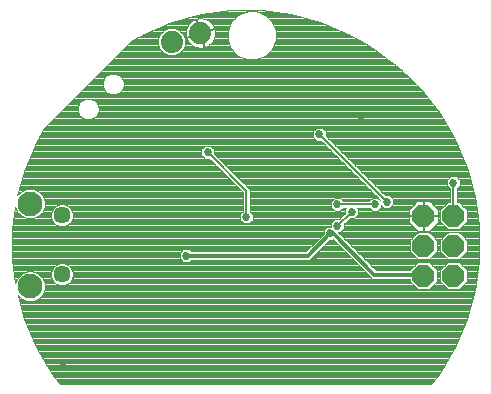
<source format=gbl>
G75*
%MOIN*%
%OFA0B0*%
%FSLAX25Y25*%
%IPPOS*%
%LPD*%
%AMOC8*
5,1,8,0,0,1.08239X$1,22.5*
%
%ADD10C,0.07400*%
%ADD11C,0.05709*%
%ADD12C,0.08268*%
%ADD13OC8,0.07400*%
%ADD14C,0.00394*%
%ADD15C,0.02700*%
%ADD16C,0.01200*%
%ADD17C,0.00600*%
D10*
X0059187Y0148080D03*
X0068745Y0151020D03*
D11*
X0022627Y0090240D03*
X0022627Y0070555D03*
D12*
X0012038Y0066621D03*
X0011992Y0094192D03*
D13*
X0143158Y0090073D03*
X0143158Y0080073D03*
X0143158Y0070073D03*
X0153158Y0070073D03*
X0153158Y0080073D03*
X0153158Y0090073D03*
D14*
X0021993Y0034029D02*
X0019270Y0037483D01*
X0014091Y0046243D01*
X0010128Y0055616D01*
X0007899Y0063786D01*
X0009245Y0062441D01*
X0011057Y0061690D01*
X0013019Y0061690D01*
X0014831Y0062441D01*
X0016218Y0063828D01*
X0016969Y0065640D01*
X0016969Y0067602D01*
X0016218Y0069414D01*
X0014831Y0070801D01*
X0013019Y0071552D01*
X0011057Y0071552D01*
X0009245Y0070801D01*
X0007858Y0069414D01*
X0007148Y0067701D01*
X0006106Y0075522D01*
X0006120Y0085698D01*
X0007122Y0093065D01*
X0007812Y0091399D01*
X0009199Y0090012D01*
X0011011Y0089262D01*
X0012973Y0089262D01*
X0014785Y0090012D01*
X0016172Y0091399D01*
X0016923Y0093211D01*
X0016923Y0095173D01*
X0016172Y0096985D01*
X0014785Y0098372D01*
X0012973Y0099123D01*
X0011011Y0099123D01*
X0009199Y0098372D01*
X0007828Y0097001D01*
X0010196Y0105592D01*
X0014185Y0114955D01*
X0016539Y0119231D01*
X0045694Y0148387D01*
X0049921Y0150736D01*
X0059179Y0154713D01*
X0068888Y0157406D01*
X0078872Y0158765D01*
X0088948Y0158765D01*
X0098932Y0157406D01*
X0108641Y0154713D01*
X0117899Y0150736D01*
X0121675Y0148637D01*
X0121676Y0148634D01*
X0122333Y0148270D01*
X0122977Y0147883D01*
X0122980Y0147884D01*
X0126750Y0145627D01*
X0134956Y0139528D01*
X0142279Y0132394D01*
X0148591Y0124351D01*
X0153780Y0115542D01*
X0157754Y0106122D01*
X0160443Y0096258D01*
X0161800Y0086125D01*
X0161800Y0075901D01*
X0160443Y0065767D01*
X0157754Y0055904D01*
X0153780Y0046484D01*
X0148591Y0037675D01*
X0145772Y0034083D01*
X0021993Y0034029D01*
X0021814Y0034255D02*
X0145908Y0034255D01*
X0146215Y0034648D02*
X0021505Y0034648D01*
X0021196Y0035040D02*
X0146523Y0035040D01*
X0146831Y0035432D02*
X0020887Y0035432D01*
X0020577Y0035824D02*
X0147139Y0035824D01*
X0147447Y0036216D02*
X0020268Y0036216D01*
X0019959Y0036609D02*
X0147754Y0036609D01*
X0148062Y0037001D02*
X0019650Y0037001D01*
X0019340Y0037393D02*
X0148370Y0037393D01*
X0148656Y0037785D02*
X0019091Y0037785D01*
X0018859Y0038177D02*
X0148887Y0038177D01*
X0149118Y0038570D02*
X0018627Y0038570D01*
X0018395Y0038962D02*
X0149349Y0038962D01*
X0149580Y0039354D02*
X0018164Y0039354D01*
X0017932Y0039746D02*
X0149811Y0039746D01*
X0150042Y0040139D02*
X0017700Y0040139D01*
X0017468Y0040531D02*
X0150273Y0040531D01*
X0150504Y0040923D02*
X0017236Y0040923D01*
X0017004Y0041315D02*
X0150735Y0041315D01*
X0150966Y0041707D02*
X0016772Y0041707D01*
X0016541Y0042100D02*
X0151197Y0042100D01*
X0151429Y0042492D02*
X0016309Y0042492D01*
X0016077Y0042884D02*
X0151660Y0042884D01*
X0151891Y0043276D02*
X0015845Y0043276D01*
X0015613Y0043668D02*
X0152122Y0043668D01*
X0152353Y0044061D02*
X0015381Y0044061D01*
X0015150Y0044453D02*
X0152584Y0044453D01*
X0152815Y0044845D02*
X0014918Y0044845D01*
X0014686Y0045237D02*
X0153046Y0045237D01*
X0153277Y0045630D02*
X0014454Y0045630D01*
X0014222Y0046022D02*
X0153508Y0046022D01*
X0153739Y0046414D02*
X0014019Y0046414D01*
X0013853Y0046806D02*
X0153916Y0046806D01*
X0154081Y0047198D02*
X0013687Y0047198D01*
X0013521Y0047591D02*
X0154247Y0047591D01*
X0154412Y0047983D02*
X0013356Y0047983D01*
X0013190Y0048375D02*
X0154578Y0048375D01*
X0154743Y0048767D02*
X0013024Y0048767D01*
X0012858Y0049159D02*
X0154909Y0049159D01*
X0155074Y0049552D02*
X0012692Y0049552D01*
X0012526Y0049944D02*
X0155240Y0049944D01*
X0155405Y0050336D02*
X0012360Y0050336D01*
X0012195Y0050728D02*
X0155571Y0050728D01*
X0155736Y0051120D02*
X0012029Y0051120D01*
X0011863Y0051513D02*
X0155902Y0051513D01*
X0156067Y0051905D02*
X0011697Y0051905D01*
X0011531Y0052297D02*
X0156233Y0052297D01*
X0156398Y0052689D02*
X0011365Y0052689D01*
X0011199Y0053082D02*
X0156564Y0053082D01*
X0156729Y0053474D02*
X0011034Y0053474D01*
X0010868Y0053866D02*
X0156895Y0053866D01*
X0157060Y0054258D02*
X0010702Y0054258D01*
X0010536Y0054650D02*
X0157225Y0054650D01*
X0157391Y0055043D02*
X0010370Y0055043D01*
X0010204Y0055435D02*
X0157556Y0055435D01*
X0157722Y0055827D02*
X0010070Y0055827D01*
X0009963Y0056219D02*
X0157840Y0056219D01*
X0157947Y0056611D02*
X0009856Y0056611D01*
X0009749Y0057004D02*
X0158054Y0057004D01*
X0158161Y0057396D02*
X0009642Y0057396D01*
X0009535Y0057788D02*
X0158268Y0057788D01*
X0158375Y0058180D02*
X0009428Y0058180D01*
X0009321Y0058573D02*
X0158482Y0058573D01*
X0158589Y0058965D02*
X0009214Y0058965D01*
X0009107Y0059357D02*
X0158696Y0059357D01*
X0158803Y0059749D02*
X0009001Y0059749D01*
X0008894Y0060141D02*
X0158910Y0060141D01*
X0159016Y0060534D02*
X0008787Y0060534D01*
X0008680Y0060926D02*
X0159123Y0060926D01*
X0159230Y0061318D02*
X0008573Y0061318D01*
X0008466Y0061710D02*
X0011009Y0061710D01*
X0010062Y0062102D02*
X0008359Y0062102D01*
X0008252Y0062495D02*
X0009191Y0062495D01*
X0008799Y0062887D02*
X0008145Y0062887D01*
X0008038Y0063279D02*
X0008407Y0063279D01*
X0008015Y0063671D02*
X0007931Y0063671D01*
X0007266Y0067986D02*
X0007110Y0067986D01*
X0007058Y0068378D02*
X0007429Y0068378D01*
X0007591Y0068770D02*
X0007006Y0068770D01*
X0006953Y0069162D02*
X0007754Y0069162D01*
X0007998Y0069554D02*
X0006901Y0069554D01*
X0006849Y0069947D02*
X0008391Y0069947D01*
X0008783Y0070339D02*
X0006797Y0070339D01*
X0006744Y0070731D02*
X0009175Y0070731D01*
X0010023Y0071123D02*
X0006692Y0071123D01*
X0006640Y0071516D02*
X0010970Y0071516D01*
X0013106Y0071516D02*
X0019073Y0071516D01*
X0018976Y0071282D02*
X0018976Y0069829D01*
X0019532Y0068487D01*
X0020559Y0067460D01*
X0021901Y0066904D01*
X0023353Y0066904D01*
X0024695Y0067460D01*
X0025722Y0068487D01*
X0026278Y0069829D01*
X0026278Y0071282D01*
X0025722Y0072624D01*
X0024695Y0073651D01*
X0023353Y0074207D01*
X0021901Y0074207D01*
X0020559Y0073651D01*
X0019532Y0072624D01*
X0018976Y0071282D01*
X0018976Y0071123D02*
X0014053Y0071123D01*
X0014901Y0070731D02*
X0018976Y0070731D01*
X0018976Y0070339D02*
X0015293Y0070339D01*
X0015685Y0069947D02*
X0018976Y0069947D01*
X0019090Y0069554D02*
X0016078Y0069554D01*
X0016322Y0069162D02*
X0019252Y0069162D01*
X0019414Y0068770D02*
X0016485Y0068770D01*
X0016647Y0068378D02*
X0019641Y0068378D01*
X0020033Y0067986D02*
X0016810Y0067986D01*
X0016969Y0067593D02*
X0020425Y0067593D01*
X0021184Y0067201D02*
X0016969Y0067201D01*
X0016969Y0066809D02*
X0140063Y0066809D01*
X0140455Y0066417D02*
X0016969Y0066417D01*
X0016969Y0066025D02*
X0140847Y0066025D01*
X0141239Y0065632D02*
X0016965Y0065632D01*
X0016803Y0065240D02*
X0160300Y0065240D01*
X0160193Y0064848D02*
X0016640Y0064848D01*
X0016478Y0064456D02*
X0160086Y0064456D01*
X0159979Y0064063D02*
X0016316Y0064063D01*
X0016061Y0063671D02*
X0159872Y0063671D01*
X0159765Y0063279D02*
X0015669Y0063279D01*
X0015277Y0062887D02*
X0159658Y0062887D01*
X0159551Y0062495D02*
X0014885Y0062495D01*
X0014014Y0062102D02*
X0159444Y0062102D01*
X0159337Y0061710D02*
X0013067Y0061710D01*
X0019235Y0071908D02*
X0006588Y0071908D01*
X0006535Y0072300D02*
X0019398Y0072300D01*
X0019600Y0072692D02*
X0006483Y0072692D01*
X0006431Y0073084D02*
X0019992Y0073084D01*
X0020385Y0073477D02*
X0006379Y0073477D01*
X0006326Y0073869D02*
X0021085Y0073869D01*
X0024169Y0073869D02*
X0121399Y0073869D01*
X0121007Y0074261D02*
X0006274Y0074261D01*
X0006222Y0074653D02*
X0120615Y0074653D01*
X0120222Y0075045D02*
X0065268Y0075045D01*
X0064904Y0074682D02*
X0065654Y0075432D01*
X0105093Y0075432D01*
X0111843Y0082182D01*
X0112904Y0082182D01*
X0112995Y0082273D01*
X0125318Y0069950D01*
X0126136Y0069132D01*
X0138661Y0069132D01*
X0138661Y0068210D01*
X0141296Y0065576D01*
X0145021Y0065576D01*
X0147655Y0068210D01*
X0147655Y0071936D01*
X0145021Y0074570D01*
X0141296Y0074570D01*
X0138661Y0071936D01*
X0138661Y0071925D01*
X0127293Y0071925D01*
X0114637Y0084582D01*
X0115304Y0084582D01*
X0116561Y0085839D01*
X0116561Y0087324D01*
X0118619Y0089382D01*
X0120104Y0089382D01*
X0121361Y0090639D01*
X0121361Y0092418D01*
X0120948Y0092832D01*
X0125075Y0092832D01*
X0126125Y0091782D01*
X0127904Y0091782D01*
X0129161Y0093039D01*
X0129161Y0093546D01*
X0130025Y0092682D01*
X0131804Y0092682D01*
X0133061Y0093939D01*
X0133061Y0095718D01*
X0131804Y0096975D01*
X0130319Y0096975D01*
X0110561Y0116733D01*
X0110561Y0118218D01*
X0109304Y0119475D01*
X0107525Y0119475D01*
X0106268Y0118218D01*
X0106268Y0116439D01*
X0107525Y0115182D01*
X0109010Y0115182D01*
X0128768Y0095424D01*
X0128768Y0095211D01*
X0127904Y0096075D01*
X0126125Y0096075D01*
X0125075Y0095025D01*
X0116354Y0095025D01*
X0115304Y0096075D01*
X0113525Y0096075D01*
X0112268Y0094818D01*
X0112268Y0093039D01*
X0113525Y0091782D01*
X0115304Y0091782D01*
X0116354Y0092832D01*
X0117482Y0092832D01*
X0117068Y0092418D01*
X0117068Y0090933D01*
X0115010Y0088875D01*
X0113525Y0088875D01*
X0112268Y0087618D01*
X0112268Y0086475D01*
X0111125Y0086475D01*
X0109868Y0085218D01*
X0109868Y0084157D01*
X0103936Y0078225D01*
X0065654Y0078225D01*
X0064904Y0078975D01*
X0063125Y0078975D01*
X0061868Y0077718D01*
X0061868Y0075939D01*
X0063125Y0074682D01*
X0064904Y0074682D01*
X0062762Y0075045D02*
X0006170Y0075045D01*
X0006117Y0075438D02*
X0062369Y0075438D01*
X0061977Y0075830D02*
X0006107Y0075830D01*
X0006107Y0076222D02*
X0061868Y0076222D01*
X0061868Y0076614D02*
X0006108Y0076614D01*
X0006108Y0077006D02*
X0061868Y0077006D01*
X0061868Y0077399D02*
X0006109Y0077399D01*
X0006109Y0077791D02*
X0061941Y0077791D01*
X0062333Y0078183D02*
X0006110Y0078183D01*
X0006110Y0078575D02*
X0062725Y0078575D01*
X0063118Y0078968D02*
X0006111Y0078968D01*
X0006111Y0079360D02*
X0105070Y0079360D01*
X0104678Y0078968D02*
X0064912Y0078968D01*
X0065304Y0078575D02*
X0104286Y0078575D01*
X0105463Y0079752D02*
X0006112Y0079752D01*
X0006112Y0080144D02*
X0105855Y0080144D01*
X0106247Y0080536D02*
X0006113Y0080536D01*
X0006114Y0080929D02*
X0106639Y0080929D01*
X0107032Y0081321D02*
X0006114Y0081321D01*
X0006115Y0081713D02*
X0107424Y0081713D01*
X0107816Y0082105D02*
X0006115Y0082105D01*
X0006116Y0082497D02*
X0108208Y0082497D01*
X0108600Y0082890D02*
X0006116Y0082890D01*
X0006117Y0083282D02*
X0108993Y0083282D01*
X0109385Y0083674D02*
X0006117Y0083674D01*
X0006118Y0084066D02*
X0109777Y0084066D01*
X0109868Y0084459D02*
X0006118Y0084459D01*
X0006119Y0084851D02*
X0109868Y0084851D01*
X0109893Y0085243D02*
X0006119Y0085243D01*
X0006120Y0085635D02*
X0110285Y0085635D01*
X0110677Y0086027D02*
X0006165Y0086027D01*
X0006218Y0086420D02*
X0111070Y0086420D01*
X0112268Y0086812D02*
X0023891Y0086812D01*
X0023353Y0086589D02*
X0024695Y0087145D01*
X0025722Y0088172D01*
X0026278Y0089514D01*
X0026278Y0090967D01*
X0025722Y0092309D01*
X0024695Y0093336D01*
X0023353Y0093892D01*
X0021901Y0093892D01*
X0020559Y0093336D01*
X0019532Y0092309D01*
X0018976Y0090967D01*
X0018976Y0089514D01*
X0019532Y0088172D01*
X0020559Y0087145D01*
X0021901Y0086589D01*
X0023353Y0086589D01*
X0024754Y0087204D02*
X0112268Y0087204D01*
X0112268Y0087596D02*
X0085018Y0087596D01*
X0085004Y0087582D02*
X0086261Y0088839D01*
X0086261Y0090618D01*
X0085211Y0091668D01*
X0085211Y0097974D01*
X0085211Y0098883D01*
X0073361Y0110733D01*
X0073361Y0112218D01*
X0072104Y0113475D01*
X0070325Y0113475D01*
X0069068Y0112218D01*
X0069068Y0110439D01*
X0070325Y0109182D01*
X0071810Y0109182D01*
X0083018Y0097974D01*
X0083018Y0091668D01*
X0081968Y0090618D01*
X0081968Y0088839D01*
X0083225Y0087582D01*
X0085004Y0087582D01*
X0085411Y0087988D02*
X0112638Y0087988D01*
X0113031Y0088381D02*
X0085803Y0088381D01*
X0086195Y0088773D02*
X0113423Y0088773D01*
X0115300Y0089165D02*
X0086261Y0089165D01*
X0086261Y0089557D02*
X0115692Y0089557D01*
X0116084Y0089949D02*
X0086261Y0089949D01*
X0086261Y0090342D02*
X0116477Y0090342D01*
X0116869Y0090734D02*
X0086145Y0090734D01*
X0085753Y0091126D02*
X0117068Y0091126D01*
X0117068Y0091518D02*
X0085361Y0091518D01*
X0085211Y0091911D02*
X0113397Y0091911D01*
X0113004Y0092303D02*
X0085211Y0092303D01*
X0085211Y0092695D02*
X0112612Y0092695D01*
X0112268Y0093087D02*
X0085211Y0093087D01*
X0085211Y0093479D02*
X0112268Y0093479D01*
X0112268Y0093872D02*
X0085211Y0093872D01*
X0085211Y0094264D02*
X0112268Y0094264D01*
X0112268Y0094656D02*
X0085211Y0094656D01*
X0085211Y0095048D02*
X0112498Y0095048D01*
X0112890Y0095440D02*
X0085211Y0095440D01*
X0085211Y0095833D02*
X0113283Y0095833D01*
X0115547Y0095833D02*
X0125883Y0095833D01*
X0125490Y0095440D02*
X0115939Y0095440D01*
X0116331Y0095048D02*
X0125098Y0095048D01*
X0125212Y0092695D02*
X0121084Y0092695D01*
X0121361Y0092303D02*
X0125604Y0092303D01*
X0125997Y0091911D02*
X0121361Y0091911D01*
X0121361Y0091518D02*
X0138261Y0091518D01*
X0138261Y0091126D02*
X0121361Y0091126D01*
X0121361Y0090734D02*
X0138261Y0090734D01*
X0138261Y0090342D02*
X0121064Y0090342D01*
X0120672Y0089949D02*
X0142961Y0089949D01*
X0142961Y0089876D02*
X0138261Y0089876D01*
X0138261Y0088045D01*
X0141130Y0085176D01*
X0142961Y0085176D01*
X0142961Y0089876D01*
X0142961Y0090270D01*
X0138261Y0090270D01*
X0138261Y0092101D01*
X0141130Y0094970D01*
X0142961Y0094970D01*
X0142961Y0090270D01*
X0143355Y0090270D01*
X0143355Y0094970D01*
X0145187Y0094970D01*
X0148055Y0092101D01*
X0148055Y0090270D01*
X0143355Y0090270D01*
X0143355Y0089876D01*
X0143355Y0085176D01*
X0145187Y0085176D01*
X0148055Y0088045D01*
X0148055Y0089876D01*
X0143355Y0089876D01*
X0142961Y0089876D01*
X0142961Y0089557D02*
X0143355Y0089557D01*
X0143355Y0089165D02*
X0142961Y0089165D01*
X0142961Y0088773D02*
X0143355Y0088773D01*
X0143355Y0088381D02*
X0142961Y0088381D01*
X0142961Y0087988D02*
X0143355Y0087988D01*
X0143355Y0087596D02*
X0142961Y0087596D01*
X0142961Y0087204D02*
X0143355Y0087204D01*
X0143355Y0086812D02*
X0142961Y0086812D01*
X0142961Y0086420D02*
X0143355Y0086420D01*
X0143355Y0086027D02*
X0142961Y0086027D01*
X0142961Y0085635D02*
X0143355Y0085635D01*
X0143355Y0085243D02*
X0142961Y0085243D01*
X0141296Y0084570D02*
X0138661Y0081936D01*
X0138661Y0078210D01*
X0141296Y0075576D01*
X0145021Y0075576D01*
X0147655Y0078210D01*
X0147655Y0081936D01*
X0145021Y0084570D01*
X0141296Y0084570D01*
X0141184Y0084459D02*
X0114760Y0084459D01*
X0115152Y0084066D02*
X0140792Y0084066D01*
X0140400Y0083674D02*
X0115545Y0083674D01*
X0115937Y0083282D02*
X0140008Y0083282D01*
X0139615Y0082890D02*
X0116329Y0082890D01*
X0116721Y0082497D02*
X0139223Y0082497D01*
X0138831Y0082105D02*
X0117113Y0082105D01*
X0117506Y0081713D02*
X0138661Y0081713D01*
X0138661Y0081321D02*
X0117898Y0081321D01*
X0118290Y0080929D02*
X0138661Y0080929D01*
X0138661Y0080536D02*
X0118682Y0080536D01*
X0119074Y0080144D02*
X0138661Y0080144D01*
X0138661Y0079752D02*
X0119467Y0079752D01*
X0119859Y0079360D02*
X0138661Y0079360D01*
X0138661Y0078968D02*
X0120251Y0078968D01*
X0120643Y0078575D02*
X0138661Y0078575D01*
X0138689Y0078183D02*
X0121035Y0078183D01*
X0121428Y0077791D02*
X0139081Y0077791D01*
X0139473Y0077399D02*
X0121820Y0077399D01*
X0122212Y0077006D02*
X0139865Y0077006D01*
X0140258Y0076614D02*
X0122604Y0076614D01*
X0122997Y0076222D02*
X0140650Y0076222D01*
X0141042Y0075830D02*
X0123389Y0075830D01*
X0123781Y0075438D02*
X0161738Y0075438D01*
X0161790Y0075830D02*
X0155274Y0075830D01*
X0155021Y0075576D02*
X0157655Y0078210D01*
X0157655Y0081936D01*
X0155021Y0084570D01*
X0151296Y0084570D01*
X0148661Y0081936D01*
X0148661Y0078210D01*
X0151296Y0075576D01*
X0155021Y0075576D01*
X0155667Y0076222D02*
X0161800Y0076222D01*
X0161800Y0076614D02*
X0156059Y0076614D01*
X0156451Y0077006D02*
X0161800Y0077006D01*
X0161800Y0077399D02*
X0156843Y0077399D01*
X0157236Y0077791D02*
X0161800Y0077791D01*
X0161800Y0078183D02*
X0157628Y0078183D01*
X0157655Y0078575D02*
X0161800Y0078575D01*
X0161800Y0078968D02*
X0157655Y0078968D01*
X0157655Y0079360D02*
X0161800Y0079360D01*
X0161800Y0079752D02*
X0157655Y0079752D01*
X0157655Y0080144D02*
X0161800Y0080144D01*
X0161800Y0080536D02*
X0157655Y0080536D01*
X0157655Y0080929D02*
X0161800Y0080929D01*
X0161800Y0081321D02*
X0157655Y0081321D01*
X0157655Y0081713D02*
X0161800Y0081713D01*
X0161800Y0082105D02*
X0157486Y0082105D01*
X0157093Y0082497D02*
X0161800Y0082497D01*
X0161800Y0082890D02*
X0156701Y0082890D01*
X0156309Y0083282D02*
X0161800Y0083282D01*
X0161800Y0083674D02*
X0155917Y0083674D01*
X0155524Y0084066D02*
X0161800Y0084066D01*
X0161800Y0084459D02*
X0155132Y0084459D01*
X0155021Y0085576D02*
X0157655Y0088210D01*
X0157655Y0091936D01*
X0155021Y0094570D01*
X0154211Y0094570D01*
X0154211Y0099189D01*
X0155261Y0100239D01*
X0155261Y0102018D01*
X0154004Y0103275D01*
X0152225Y0103275D01*
X0150968Y0102018D01*
X0150968Y0100239D01*
X0152018Y0099189D01*
X0152018Y0094570D01*
X0151296Y0094570D01*
X0148661Y0091936D01*
X0148661Y0088210D01*
X0151296Y0085576D01*
X0155021Y0085576D01*
X0155080Y0085635D02*
X0161800Y0085635D01*
X0161800Y0085243D02*
X0145253Y0085243D01*
X0145645Y0085635D02*
X0151237Y0085635D01*
X0150844Y0086027D02*
X0146038Y0086027D01*
X0146430Y0086420D02*
X0150452Y0086420D01*
X0150060Y0086812D02*
X0146822Y0086812D01*
X0147214Y0087204D02*
X0149668Y0087204D01*
X0149276Y0087596D02*
X0147607Y0087596D01*
X0147999Y0087988D02*
X0148883Y0087988D01*
X0148661Y0088381D02*
X0148055Y0088381D01*
X0148055Y0088773D02*
X0148661Y0088773D01*
X0148661Y0089165D02*
X0148055Y0089165D01*
X0148055Y0089557D02*
X0148661Y0089557D01*
X0148661Y0089949D02*
X0143355Y0089949D01*
X0143355Y0090342D02*
X0142961Y0090342D01*
X0142961Y0090734D02*
X0143355Y0090734D01*
X0143355Y0091126D02*
X0142961Y0091126D01*
X0142961Y0091518D02*
X0143355Y0091518D01*
X0143355Y0091911D02*
X0142961Y0091911D01*
X0142961Y0092303D02*
X0143355Y0092303D01*
X0143355Y0092695D02*
X0142961Y0092695D01*
X0142961Y0093087D02*
X0143355Y0093087D01*
X0143355Y0093479D02*
X0142961Y0093479D01*
X0142961Y0093872D02*
X0143355Y0093872D01*
X0143355Y0094264D02*
X0142961Y0094264D01*
X0142961Y0094656D02*
X0143355Y0094656D01*
X0145500Y0094656D02*
X0152018Y0094656D01*
X0152018Y0095048D02*
X0133061Y0095048D01*
X0133061Y0094656D02*
X0140816Y0094656D01*
X0140424Y0094264D02*
X0133061Y0094264D01*
X0132994Y0093872D02*
X0140032Y0093872D01*
X0139639Y0093479D02*
X0132602Y0093479D01*
X0132209Y0093087D02*
X0139247Y0093087D01*
X0138855Y0092695D02*
X0131817Y0092695D01*
X0130012Y0092695D02*
X0128817Y0092695D01*
X0129161Y0093087D02*
X0129620Y0093087D01*
X0129228Y0093479D02*
X0129161Y0093479D01*
X0128425Y0092303D02*
X0138463Y0092303D01*
X0138261Y0091911D02*
X0128033Y0091911D01*
X0128539Y0095440D02*
X0128752Y0095440D01*
X0128359Y0095833D02*
X0128147Y0095833D01*
X0127967Y0096225D02*
X0085211Y0096225D01*
X0085211Y0096617D02*
X0127575Y0096617D01*
X0127183Y0097009D02*
X0085211Y0097009D01*
X0085211Y0097402D02*
X0126790Y0097402D01*
X0126398Y0097794D02*
X0085211Y0097794D01*
X0085211Y0098186D02*
X0126006Y0098186D01*
X0125614Y0098578D02*
X0085211Y0098578D01*
X0085124Y0098970D02*
X0125222Y0098970D01*
X0124829Y0099363D02*
X0084732Y0099363D01*
X0084340Y0099755D02*
X0124437Y0099755D01*
X0124045Y0100147D02*
X0083947Y0100147D01*
X0083555Y0100539D02*
X0123653Y0100539D01*
X0123261Y0100931D02*
X0083163Y0100931D01*
X0082771Y0101324D02*
X0122868Y0101324D01*
X0122476Y0101716D02*
X0082378Y0101716D01*
X0081986Y0102108D02*
X0122084Y0102108D01*
X0121692Y0102500D02*
X0081594Y0102500D01*
X0081202Y0102892D02*
X0121299Y0102892D01*
X0120907Y0103285D02*
X0080810Y0103285D01*
X0080417Y0103677D02*
X0120515Y0103677D01*
X0120123Y0104069D02*
X0080025Y0104069D01*
X0079633Y0104461D02*
X0119731Y0104461D01*
X0119338Y0104854D02*
X0079241Y0104854D01*
X0078849Y0105246D02*
X0118946Y0105246D01*
X0118554Y0105638D02*
X0078456Y0105638D01*
X0078064Y0106030D02*
X0118162Y0106030D01*
X0117770Y0106422D02*
X0077672Y0106422D01*
X0077280Y0106815D02*
X0117377Y0106815D01*
X0116985Y0107207D02*
X0076888Y0107207D01*
X0076495Y0107599D02*
X0116593Y0107599D01*
X0116201Y0107991D02*
X0076103Y0107991D01*
X0075711Y0108383D02*
X0115809Y0108383D01*
X0115416Y0108776D02*
X0075319Y0108776D01*
X0074926Y0109168D02*
X0115024Y0109168D01*
X0114632Y0109560D02*
X0074534Y0109560D01*
X0074142Y0109952D02*
X0114240Y0109952D01*
X0113847Y0110345D02*
X0073750Y0110345D01*
X0073361Y0110737D02*
X0113455Y0110737D01*
X0113063Y0111129D02*
X0073361Y0111129D01*
X0073361Y0111521D02*
X0112671Y0111521D01*
X0112279Y0111913D02*
X0073361Y0111913D01*
X0073274Y0112306D02*
X0111886Y0112306D01*
X0111494Y0112698D02*
X0072881Y0112698D01*
X0072489Y0113090D02*
X0111102Y0113090D01*
X0110710Y0113482D02*
X0013558Y0113482D01*
X0013390Y0113090D02*
X0069940Y0113090D01*
X0069548Y0112698D02*
X0013223Y0112698D01*
X0013056Y0112306D02*
X0069156Y0112306D01*
X0069068Y0111913D02*
X0012889Y0111913D01*
X0012722Y0111521D02*
X0069068Y0111521D01*
X0069068Y0111129D02*
X0012555Y0111129D01*
X0012388Y0110737D02*
X0069068Y0110737D01*
X0069163Y0110345D02*
X0012221Y0110345D01*
X0012054Y0109952D02*
X0069555Y0109952D01*
X0069947Y0109560D02*
X0011886Y0109560D01*
X0011719Y0109168D02*
X0071824Y0109168D01*
X0072216Y0108776D02*
X0011552Y0108776D01*
X0011385Y0108383D02*
X0072609Y0108383D01*
X0073001Y0107991D02*
X0011218Y0107991D01*
X0011051Y0107599D02*
X0073393Y0107599D01*
X0073785Y0107207D02*
X0010884Y0107207D01*
X0010717Y0106815D02*
X0074177Y0106815D01*
X0074570Y0106422D02*
X0010550Y0106422D01*
X0010382Y0106030D02*
X0074962Y0106030D01*
X0075354Y0105638D02*
X0010215Y0105638D01*
X0010100Y0105246D02*
X0075746Y0105246D01*
X0076138Y0104854D02*
X0009992Y0104854D01*
X0009884Y0104461D02*
X0076531Y0104461D01*
X0076923Y0104069D02*
X0009776Y0104069D01*
X0009668Y0103677D02*
X0077315Y0103677D01*
X0077707Y0103285D02*
X0009560Y0103285D01*
X0009452Y0102892D02*
X0078099Y0102892D01*
X0078492Y0102500D02*
X0009343Y0102500D01*
X0009235Y0102108D02*
X0078884Y0102108D01*
X0079276Y0101716D02*
X0009127Y0101716D01*
X0009019Y0101324D02*
X0079668Y0101324D01*
X0080061Y0100931D02*
X0008911Y0100931D01*
X0008803Y0100539D02*
X0080453Y0100539D01*
X0080845Y0100147D02*
X0008695Y0100147D01*
X0008587Y0099755D02*
X0081237Y0099755D01*
X0081629Y0099363D02*
X0008479Y0099363D01*
X0008370Y0098970D02*
X0010643Y0098970D01*
X0009696Y0098578D02*
X0008262Y0098578D01*
X0008154Y0098186D02*
X0009012Y0098186D01*
X0008620Y0097794D02*
X0008046Y0097794D01*
X0007938Y0097402D02*
X0008228Y0097402D01*
X0007836Y0097009D02*
X0007830Y0097009D01*
X0007275Y0092695D02*
X0007072Y0092695D01*
X0007018Y0092303D02*
X0007438Y0092303D01*
X0007600Y0091911D02*
X0006965Y0091911D01*
X0006912Y0091518D02*
X0007762Y0091518D01*
X0008085Y0091126D02*
X0006858Y0091126D01*
X0006805Y0090734D02*
X0008477Y0090734D01*
X0008869Y0090342D02*
X0006752Y0090342D01*
X0006698Y0089949D02*
X0009350Y0089949D01*
X0010297Y0089557D02*
X0006645Y0089557D01*
X0006592Y0089165D02*
X0019120Y0089165D01*
X0018976Y0089557D02*
X0013687Y0089557D01*
X0014633Y0089949D02*
X0018976Y0089949D01*
X0018976Y0090342D02*
X0015114Y0090342D01*
X0015507Y0090734D02*
X0018976Y0090734D01*
X0019042Y0091126D02*
X0015899Y0091126D01*
X0016221Y0091518D02*
X0019204Y0091518D01*
X0019367Y0091911D02*
X0016384Y0091911D01*
X0016546Y0092303D02*
X0019529Y0092303D01*
X0019918Y0092695D02*
X0016709Y0092695D01*
X0016871Y0093087D02*
X0020310Y0093087D01*
X0020906Y0093479D02*
X0016923Y0093479D01*
X0016923Y0093872D02*
X0021852Y0093872D01*
X0023401Y0093872D02*
X0083018Y0093872D01*
X0083018Y0094264D02*
X0016923Y0094264D01*
X0016923Y0094656D02*
X0083018Y0094656D01*
X0083018Y0095048D02*
X0016923Y0095048D01*
X0016812Y0095440D02*
X0083018Y0095440D01*
X0083018Y0095833D02*
X0016649Y0095833D01*
X0016487Y0096225D02*
X0083018Y0096225D01*
X0083018Y0096617D02*
X0016324Y0096617D01*
X0016148Y0097009D02*
X0083018Y0097009D01*
X0083018Y0097402D02*
X0015756Y0097402D01*
X0015363Y0097794D02*
X0083018Y0097794D01*
X0082806Y0098186D02*
X0014971Y0098186D01*
X0014288Y0098578D02*
X0082414Y0098578D01*
X0082022Y0098970D02*
X0013341Y0098970D01*
X0019283Y0088773D02*
X0006538Y0088773D01*
X0006485Y0088381D02*
X0019445Y0088381D01*
X0019715Y0087988D02*
X0006432Y0087988D01*
X0006378Y0087596D02*
X0020108Y0087596D01*
X0020500Y0087204D02*
X0006325Y0087204D01*
X0006272Y0086812D02*
X0021363Y0086812D01*
X0025146Y0087596D02*
X0083211Y0087596D01*
X0082819Y0087988D02*
X0025539Y0087988D01*
X0025809Y0088381D02*
X0082426Y0088381D01*
X0082034Y0088773D02*
X0025971Y0088773D01*
X0026134Y0089165D02*
X0081968Y0089165D01*
X0081968Y0089557D02*
X0026278Y0089557D01*
X0026278Y0089949D02*
X0081968Y0089949D01*
X0081968Y0090342D02*
X0026278Y0090342D01*
X0026278Y0090734D02*
X0082084Y0090734D01*
X0082476Y0091126D02*
X0026212Y0091126D01*
X0026050Y0091518D02*
X0082868Y0091518D01*
X0083018Y0091911D02*
X0025887Y0091911D01*
X0025725Y0092303D02*
X0083018Y0092303D01*
X0083018Y0092695D02*
X0025336Y0092695D01*
X0024944Y0093087D02*
X0083018Y0093087D01*
X0083018Y0093479D02*
X0024348Y0093479D01*
X0024869Y0073477D02*
X0121791Y0073477D01*
X0122183Y0073084D02*
X0025261Y0073084D01*
X0025654Y0072692D02*
X0122576Y0072692D01*
X0122968Y0072300D02*
X0025856Y0072300D01*
X0026019Y0071908D02*
X0123360Y0071908D01*
X0123752Y0071516D02*
X0026181Y0071516D01*
X0026278Y0071123D02*
X0124144Y0071123D01*
X0124537Y0070731D02*
X0026278Y0070731D01*
X0026278Y0070339D02*
X0124929Y0070339D01*
X0125321Y0069947D02*
X0026278Y0069947D01*
X0026164Y0069554D02*
X0125713Y0069554D01*
X0126105Y0069162D02*
X0026002Y0069162D01*
X0025839Y0068770D02*
X0138661Y0068770D01*
X0138661Y0068378D02*
X0025613Y0068378D01*
X0025221Y0067986D02*
X0138886Y0067986D01*
X0139278Y0067593D02*
X0024829Y0067593D01*
X0024070Y0067201D02*
X0139671Y0067201D01*
X0139026Y0072300D02*
X0126919Y0072300D01*
X0126526Y0072692D02*
X0139418Y0072692D01*
X0139810Y0073084D02*
X0126134Y0073084D01*
X0125742Y0073477D02*
X0140202Y0073477D01*
X0140594Y0073869D02*
X0125350Y0073869D01*
X0124958Y0074261D02*
X0140987Y0074261D01*
X0145330Y0074261D02*
X0150987Y0074261D01*
X0151296Y0074570D02*
X0148661Y0071936D01*
X0148661Y0068210D01*
X0151296Y0065576D01*
X0155021Y0065576D01*
X0157655Y0068210D01*
X0157655Y0071936D01*
X0155021Y0074570D01*
X0151296Y0074570D01*
X0150594Y0073869D02*
X0145722Y0073869D01*
X0146114Y0073477D02*
X0150202Y0073477D01*
X0149810Y0073084D02*
X0146506Y0073084D01*
X0146899Y0072692D02*
X0149418Y0072692D01*
X0149026Y0072300D02*
X0147291Y0072300D01*
X0147655Y0071908D02*
X0148661Y0071908D01*
X0148661Y0071516D02*
X0147655Y0071516D01*
X0147655Y0071123D02*
X0148661Y0071123D01*
X0148661Y0070731D02*
X0147655Y0070731D01*
X0147655Y0070339D02*
X0148661Y0070339D01*
X0148661Y0069947D02*
X0147655Y0069947D01*
X0147655Y0069554D02*
X0148661Y0069554D01*
X0148661Y0069162D02*
X0147655Y0069162D01*
X0147655Y0068770D02*
X0148661Y0068770D01*
X0148661Y0068378D02*
X0147655Y0068378D01*
X0147430Y0067986D02*
X0148886Y0067986D01*
X0149278Y0067593D02*
X0147038Y0067593D01*
X0146646Y0067201D02*
X0149671Y0067201D01*
X0150063Y0066809D02*
X0146254Y0066809D01*
X0145861Y0066417D02*
X0150455Y0066417D01*
X0150847Y0066025D02*
X0145469Y0066025D01*
X0145077Y0065632D02*
X0151239Y0065632D01*
X0155077Y0065632D02*
X0160407Y0065632D01*
X0160478Y0066025D02*
X0155469Y0066025D01*
X0155861Y0066417D02*
X0160530Y0066417D01*
X0160583Y0066809D02*
X0156254Y0066809D01*
X0156646Y0067201D02*
X0160635Y0067201D01*
X0160688Y0067593D02*
X0157038Y0067593D01*
X0157430Y0067986D02*
X0160740Y0067986D01*
X0160793Y0068378D02*
X0157655Y0068378D01*
X0157655Y0068770D02*
X0160845Y0068770D01*
X0160898Y0069162D02*
X0157655Y0069162D01*
X0157655Y0069554D02*
X0160950Y0069554D01*
X0161003Y0069947D02*
X0157655Y0069947D01*
X0157655Y0070339D02*
X0161055Y0070339D01*
X0161108Y0070731D02*
X0157655Y0070731D01*
X0157655Y0071123D02*
X0161160Y0071123D01*
X0161213Y0071516D02*
X0157655Y0071516D01*
X0157655Y0071908D02*
X0161265Y0071908D01*
X0161318Y0072300D02*
X0157291Y0072300D01*
X0156899Y0072692D02*
X0161370Y0072692D01*
X0161423Y0073084D02*
X0156506Y0073084D01*
X0156114Y0073477D02*
X0161475Y0073477D01*
X0161528Y0073869D02*
X0155722Y0073869D01*
X0155330Y0074261D02*
X0161580Y0074261D01*
X0161633Y0074653D02*
X0124565Y0074653D01*
X0124173Y0075045D02*
X0161685Y0075045D01*
X0161800Y0084851D02*
X0115573Y0084851D01*
X0115965Y0085243D02*
X0141063Y0085243D01*
X0140671Y0085635D02*
X0116357Y0085635D01*
X0116561Y0086027D02*
X0140279Y0086027D01*
X0139887Y0086420D02*
X0116561Y0086420D01*
X0116561Y0086812D02*
X0139494Y0086812D01*
X0139102Y0087204D02*
X0116561Y0087204D01*
X0116834Y0087596D02*
X0138710Y0087596D01*
X0138318Y0087988D02*
X0117226Y0087988D01*
X0117618Y0088381D02*
X0138261Y0088381D01*
X0138261Y0088773D02*
X0118010Y0088773D01*
X0118402Y0089165D02*
X0138261Y0089165D01*
X0138261Y0089557D02*
X0120280Y0089557D01*
X0117068Y0091911D02*
X0115433Y0091911D01*
X0115825Y0092303D02*
X0117068Y0092303D01*
X0117345Y0092695D02*
X0116217Y0092695D01*
X0125578Y0101716D02*
X0150968Y0101716D01*
X0150968Y0101324D02*
X0125971Y0101324D01*
X0126363Y0100931D02*
X0150968Y0100931D01*
X0150968Y0100539D02*
X0126755Y0100539D01*
X0127147Y0100147D02*
X0151060Y0100147D01*
X0151452Y0099755D02*
X0127540Y0099755D01*
X0127932Y0099363D02*
X0151844Y0099363D01*
X0152018Y0098970D02*
X0128324Y0098970D01*
X0128716Y0098578D02*
X0152018Y0098578D01*
X0152018Y0098186D02*
X0129108Y0098186D01*
X0129501Y0097794D02*
X0152018Y0097794D01*
X0152018Y0097402D02*
X0129893Y0097402D01*
X0130285Y0097009D02*
X0152018Y0097009D01*
X0152018Y0096617D02*
X0132162Y0096617D01*
X0132554Y0096225D02*
X0152018Y0096225D01*
X0152018Y0095833D02*
X0132947Y0095833D01*
X0133061Y0095440D02*
X0152018Y0095440D01*
X0150989Y0094264D02*
X0145893Y0094264D01*
X0146285Y0093872D02*
X0150597Y0093872D01*
X0150205Y0093479D02*
X0146677Y0093479D01*
X0147069Y0093087D02*
X0149813Y0093087D01*
X0149421Y0092695D02*
X0147461Y0092695D01*
X0147854Y0092303D02*
X0149028Y0092303D01*
X0148661Y0091911D02*
X0148055Y0091911D01*
X0148055Y0091518D02*
X0148661Y0091518D01*
X0148661Y0091126D02*
X0148055Y0091126D01*
X0148055Y0090734D02*
X0148661Y0090734D01*
X0148661Y0090342D02*
X0148055Y0090342D01*
X0145132Y0084459D02*
X0151184Y0084459D01*
X0150792Y0084066D02*
X0145524Y0084066D01*
X0145917Y0083674D02*
X0150400Y0083674D01*
X0150008Y0083282D02*
X0146309Y0083282D01*
X0146701Y0082890D02*
X0149615Y0082890D01*
X0149223Y0082497D02*
X0147093Y0082497D01*
X0147486Y0082105D02*
X0148831Y0082105D01*
X0148661Y0081713D02*
X0147655Y0081713D01*
X0147655Y0081321D02*
X0148661Y0081321D01*
X0148661Y0080929D02*
X0147655Y0080929D01*
X0147655Y0080536D02*
X0148661Y0080536D01*
X0148661Y0080144D02*
X0147655Y0080144D01*
X0147655Y0079752D02*
X0148661Y0079752D01*
X0148661Y0079360D02*
X0147655Y0079360D01*
X0147655Y0078968D02*
X0148661Y0078968D01*
X0148661Y0078575D02*
X0147655Y0078575D01*
X0147628Y0078183D02*
X0148689Y0078183D01*
X0149081Y0077791D02*
X0147236Y0077791D01*
X0146843Y0077399D02*
X0149473Y0077399D01*
X0149865Y0077006D02*
X0146451Y0077006D01*
X0146059Y0076614D02*
X0150258Y0076614D01*
X0150650Y0076222D02*
X0145667Y0076222D01*
X0145274Y0075830D02*
X0151042Y0075830D01*
X0155472Y0086027D02*
X0161800Y0086027D01*
X0161760Y0086420D02*
X0155864Y0086420D01*
X0156256Y0086812D02*
X0161708Y0086812D01*
X0161655Y0087204D02*
X0156649Y0087204D01*
X0157041Y0087596D02*
X0161603Y0087596D01*
X0161550Y0087988D02*
X0157433Y0087988D01*
X0157655Y0088381D02*
X0161498Y0088381D01*
X0161445Y0088773D02*
X0157655Y0088773D01*
X0157655Y0089165D02*
X0161393Y0089165D01*
X0161340Y0089557D02*
X0157655Y0089557D01*
X0157655Y0089949D02*
X0161288Y0089949D01*
X0161235Y0090342D02*
X0157655Y0090342D01*
X0157655Y0090734D02*
X0161183Y0090734D01*
X0161130Y0091126D02*
X0157655Y0091126D01*
X0157655Y0091518D02*
X0161078Y0091518D01*
X0161025Y0091911D02*
X0157655Y0091911D01*
X0157288Y0092303D02*
X0160973Y0092303D01*
X0160920Y0092695D02*
X0156896Y0092695D01*
X0156504Y0093087D02*
X0160868Y0093087D01*
X0160815Y0093479D02*
X0156111Y0093479D01*
X0155719Y0093872D02*
X0160763Y0093872D01*
X0160710Y0094264D02*
X0155327Y0094264D01*
X0154211Y0094656D02*
X0160658Y0094656D01*
X0160605Y0095048D02*
X0154211Y0095048D01*
X0154211Y0095440D02*
X0160553Y0095440D01*
X0160500Y0095833D02*
X0154211Y0095833D01*
X0154211Y0096225D02*
X0160448Y0096225D01*
X0160346Y0096617D02*
X0154211Y0096617D01*
X0154211Y0097009D02*
X0160239Y0097009D01*
X0160132Y0097402D02*
X0154211Y0097402D01*
X0154211Y0097794D02*
X0160025Y0097794D01*
X0159918Y0098186D02*
X0154211Y0098186D01*
X0154211Y0098578D02*
X0159811Y0098578D01*
X0159704Y0098970D02*
X0154211Y0098970D01*
X0154385Y0099363D02*
X0159597Y0099363D01*
X0159490Y0099755D02*
X0154777Y0099755D01*
X0155169Y0100147D02*
X0159383Y0100147D01*
X0159276Y0100539D02*
X0155261Y0100539D01*
X0155261Y0100931D02*
X0159169Y0100931D01*
X0159062Y0101324D02*
X0155261Y0101324D01*
X0155261Y0101716D02*
X0158955Y0101716D01*
X0158848Y0102108D02*
X0155171Y0102108D01*
X0154779Y0102500D02*
X0158742Y0102500D01*
X0158635Y0102892D02*
X0154387Y0102892D01*
X0151843Y0102892D02*
X0124402Y0102892D01*
X0124794Y0102500D02*
X0151450Y0102500D01*
X0151058Y0102108D02*
X0125186Y0102108D01*
X0124010Y0103285D02*
X0158528Y0103285D01*
X0158421Y0103677D02*
X0123617Y0103677D01*
X0123225Y0104069D02*
X0158314Y0104069D01*
X0158207Y0104461D02*
X0122833Y0104461D01*
X0122441Y0104854D02*
X0158100Y0104854D01*
X0157993Y0105246D02*
X0122049Y0105246D01*
X0121656Y0105638D02*
X0157886Y0105638D01*
X0157779Y0106030D02*
X0121264Y0106030D01*
X0120872Y0106422D02*
X0157627Y0106422D01*
X0157462Y0106815D02*
X0120480Y0106815D01*
X0120088Y0107207D02*
X0157296Y0107207D01*
X0157131Y0107599D02*
X0119695Y0107599D01*
X0119303Y0107991D02*
X0156966Y0107991D01*
X0156800Y0108383D02*
X0118911Y0108383D01*
X0118519Y0108776D02*
X0156635Y0108776D01*
X0156469Y0109168D02*
X0118126Y0109168D01*
X0117734Y0109560D02*
X0156304Y0109560D01*
X0156138Y0109952D02*
X0117342Y0109952D01*
X0116950Y0110345D02*
X0155973Y0110345D01*
X0155807Y0110737D02*
X0116558Y0110737D01*
X0116165Y0111129D02*
X0155642Y0111129D01*
X0155476Y0111521D02*
X0115773Y0111521D01*
X0115381Y0111913D02*
X0155311Y0111913D01*
X0155145Y0112306D02*
X0114989Y0112306D01*
X0114597Y0112698D02*
X0154980Y0112698D01*
X0154814Y0113090D02*
X0114204Y0113090D01*
X0113812Y0113482D02*
X0154649Y0113482D01*
X0154483Y0113874D02*
X0113420Y0113874D01*
X0113028Y0114267D02*
X0154318Y0114267D01*
X0154152Y0114659D02*
X0112635Y0114659D01*
X0112243Y0115051D02*
X0153987Y0115051D01*
X0153822Y0115443D02*
X0111851Y0115443D01*
X0111459Y0115835D02*
X0153607Y0115835D01*
X0153376Y0116228D02*
X0111067Y0116228D01*
X0110674Y0116620D02*
X0153145Y0116620D01*
X0152914Y0117012D02*
X0110561Y0117012D01*
X0110561Y0117404D02*
X0152683Y0117404D01*
X0152452Y0117797D02*
X0110561Y0117797D01*
X0110561Y0118189D02*
X0152221Y0118189D01*
X0151990Y0118581D02*
X0110198Y0118581D01*
X0109806Y0118973D02*
X0151759Y0118973D01*
X0151528Y0119365D02*
X0109414Y0119365D01*
X0107415Y0119365D02*
X0016673Y0119365D01*
X0016397Y0118973D02*
X0107023Y0118973D01*
X0106631Y0118581D02*
X0016181Y0118581D01*
X0015965Y0118189D02*
X0106268Y0118189D01*
X0106268Y0117797D02*
X0015749Y0117797D01*
X0015533Y0117404D02*
X0106268Y0117404D01*
X0106268Y0117012D02*
X0015317Y0117012D01*
X0015102Y0116620D02*
X0106268Y0116620D01*
X0106479Y0116228D02*
X0014886Y0116228D01*
X0014670Y0115835D02*
X0106872Y0115835D01*
X0107264Y0115443D02*
X0014454Y0115443D01*
X0014238Y0115051D02*
X0109141Y0115051D01*
X0109533Y0114659D02*
X0014059Y0114659D01*
X0013892Y0114267D02*
X0109925Y0114267D01*
X0110318Y0113874D02*
X0013725Y0113874D01*
X0017065Y0119758D02*
X0151297Y0119758D01*
X0151066Y0120150D02*
X0017457Y0120150D01*
X0017850Y0120542D02*
X0150835Y0120542D01*
X0150604Y0120934D02*
X0018242Y0120934D01*
X0018634Y0121326D02*
X0150373Y0121326D01*
X0150141Y0121719D02*
X0019026Y0121719D01*
X0019418Y0122111D02*
X0149910Y0122111D01*
X0149679Y0122503D02*
X0032760Y0122503D01*
X0033338Y0122742D02*
X0034313Y0123718D01*
X0034841Y0124993D01*
X0034841Y0126373D01*
X0034313Y0127648D01*
X0033338Y0128623D01*
X0032063Y0129151D01*
X0030683Y0129151D01*
X0029408Y0128623D01*
X0028432Y0127648D01*
X0027904Y0126373D01*
X0027904Y0124993D01*
X0028432Y0123718D01*
X0029408Y0122742D01*
X0030683Y0122214D01*
X0032063Y0122214D01*
X0033338Y0122742D01*
X0033491Y0122895D02*
X0149448Y0122895D01*
X0149217Y0123288D02*
X0033883Y0123288D01*
X0034275Y0123680D02*
X0148986Y0123680D01*
X0148755Y0124072D02*
X0034460Y0124072D01*
X0034622Y0124464D02*
X0148502Y0124464D01*
X0148194Y0124856D02*
X0034785Y0124856D01*
X0034841Y0125249D02*
X0147886Y0125249D01*
X0147579Y0125641D02*
X0034841Y0125641D01*
X0034841Y0126033D02*
X0147271Y0126033D01*
X0146963Y0126425D02*
X0034820Y0126425D01*
X0034657Y0126817D02*
X0146655Y0126817D01*
X0146347Y0127210D02*
X0034495Y0127210D01*
X0034332Y0127602D02*
X0146040Y0127602D01*
X0145732Y0127994D02*
X0033967Y0127994D01*
X0033575Y0128386D02*
X0145424Y0128386D01*
X0145116Y0128778D02*
X0032963Y0128778D01*
X0029783Y0128778D02*
X0026086Y0128778D01*
X0025694Y0128386D02*
X0029171Y0128386D01*
X0028779Y0127994D02*
X0025302Y0127994D01*
X0024909Y0127602D02*
X0028414Y0127602D01*
X0028251Y0127210D02*
X0024517Y0127210D01*
X0024125Y0126817D02*
X0028089Y0126817D01*
X0027926Y0126425D02*
X0023733Y0126425D01*
X0023341Y0126033D02*
X0027904Y0126033D01*
X0027904Y0125641D02*
X0022948Y0125641D01*
X0022556Y0125249D02*
X0027904Y0125249D01*
X0027961Y0124856D02*
X0022164Y0124856D01*
X0021772Y0124464D02*
X0028123Y0124464D01*
X0028286Y0124072D02*
X0021379Y0124072D01*
X0020987Y0123680D02*
X0028471Y0123680D01*
X0028863Y0123288D02*
X0020595Y0123288D01*
X0020203Y0122895D02*
X0029255Y0122895D01*
X0029986Y0122503D02*
X0019811Y0122503D01*
X0026478Y0129171D02*
X0144808Y0129171D01*
X0144501Y0129563D02*
X0026870Y0129563D01*
X0027263Y0129955D02*
X0144193Y0129955D01*
X0143885Y0130347D02*
X0027655Y0130347D01*
X0028047Y0130740D02*
X0038615Y0130740D01*
X0039035Y0130566D02*
X0040415Y0130566D01*
X0041689Y0131094D01*
X0042665Y0132070D01*
X0043193Y0133344D01*
X0043193Y0134724D01*
X0042665Y0135999D01*
X0041689Y0136975D01*
X0040415Y0137503D01*
X0039035Y0137503D01*
X0037760Y0136975D01*
X0036784Y0135999D01*
X0036256Y0134724D01*
X0036256Y0133344D01*
X0036784Y0132070D01*
X0037760Y0131094D01*
X0039035Y0130566D01*
X0037722Y0131132D02*
X0028439Y0131132D01*
X0028831Y0131524D02*
X0037330Y0131524D01*
X0036938Y0131916D02*
X0029224Y0131916D01*
X0029616Y0132308D02*
X0036685Y0132308D01*
X0036523Y0132701D02*
X0030008Y0132701D01*
X0030400Y0133093D02*
X0036360Y0133093D01*
X0036256Y0133485D02*
X0030793Y0133485D01*
X0031185Y0133877D02*
X0036256Y0133877D01*
X0036256Y0134269D02*
X0031577Y0134269D01*
X0031969Y0134662D02*
X0036256Y0134662D01*
X0036393Y0135054D02*
X0032361Y0135054D01*
X0032754Y0135446D02*
X0036555Y0135446D01*
X0036718Y0135838D02*
X0033146Y0135838D01*
X0033538Y0136231D02*
X0037016Y0136231D01*
X0037408Y0136623D02*
X0033930Y0136623D01*
X0034322Y0137015D02*
X0037857Y0137015D01*
X0038803Y0137407D02*
X0034715Y0137407D01*
X0035107Y0137799D02*
X0136730Y0137799D01*
X0137132Y0137407D02*
X0040646Y0137407D01*
X0041593Y0137015D02*
X0137535Y0137015D01*
X0137938Y0136623D02*
X0042041Y0136623D01*
X0042434Y0136231D02*
X0138340Y0136231D01*
X0138743Y0135838D02*
X0042732Y0135838D01*
X0042894Y0135446D02*
X0139146Y0135446D01*
X0139548Y0135054D02*
X0043057Y0135054D01*
X0043193Y0134662D02*
X0139951Y0134662D01*
X0140353Y0134269D02*
X0043193Y0134269D01*
X0043193Y0133877D02*
X0140756Y0133877D01*
X0141159Y0133485D02*
X0043193Y0133485D01*
X0043089Y0133093D02*
X0141561Y0133093D01*
X0141964Y0132701D02*
X0042926Y0132701D01*
X0042764Y0132308D02*
X0142346Y0132308D01*
X0142654Y0131916D02*
X0042512Y0131916D01*
X0042119Y0131524D02*
X0142962Y0131524D01*
X0143269Y0131132D02*
X0041727Y0131132D01*
X0040834Y0130740D02*
X0143577Y0130740D01*
X0136327Y0138192D02*
X0035499Y0138192D01*
X0035891Y0138584D02*
X0135925Y0138584D01*
X0135522Y0138976D02*
X0036284Y0138976D01*
X0036676Y0139368D02*
X0135119Y0139368D01*
X0134643Y0139760D02*
X0037068Y0139760D01*
X0037460Y0140153D02*
X0134115Y0140153D01*
X0133587Y0140545D02*
X0037852Y0140545D01*
X0038245Y0140937D02*
X0133060Y0140937D01*
X0132532Y0141329D02*
X0038637Y0141329D01*
X0039029Y0141721D02*
X0132004Y0141721D01*
X0131477Y0142114D02*
X0039421Y0142114D01*
X0039813Y0142506D02*
X0083666Y0142506D01*
X0084301Y0142243D02*
X0081362Y0143461D01*
X0079112Y0145710D01*
X0077895Y0148649D01*
X0077895Y0151830D01*
X0079112Y0154769D01*
X0081362Y0157018D01*
X0084301Y0158235D01*
X0087482Y0158235D01*
X0090421Y0157018D01*
X0100331Y0157018D01*
X0101745Y0156626D02*
X0090813Y0156626D01*
X0090421Y0157018D02*
X0092670Y0154769D01*
X0093887Y0151830D01*
X0093887Y0148649D01*
X0092670Y0145710D01*
X0090421Y0143461D01*
X0087482Y0142243D01*
X0084301Y0142243D01*
X0082719Y0142898D02*
X0040206Y0142898D01*
X0040598Y0143290D02*
X0081773Y0143290D01*
X0081140Y0143683D02*
X0060322Y0143683D01*
X0060081Y0143583D02*
X0061734Y0144268D01*
X0062999Y0145532D01*
X0063684Y0147185D01*
X0063684Y0148974D01*
X0062999Y0150627D01*
X0061734Y0151892D01*
X0060081Y0152577D01*
X0058292Y0152577D01*
X0056639Y0151892D01*
X0055374Y0150627D01*
X0054690Y0148974D01*
X0054690Y0147185D01*
X0055374Y0145532D01*
X0056639Y0144268D01*
X0058292Y0143583D01*
X0060081Y0143583D01*
X0061269Y0144075D02*
X0080748Y0144075D01*
X0080355Y0144467D02*
X0061933Y0144467D01*
X0062326Y0144859D02*
X0079963Y0144859D01*
X0079571Y0145251D02*
X0062718Y0145251D01*
X0063045Y0145644D02*
X0079179Y0145644D01*
X0078977Y0146036D02*
X0063207Y0146036D01*
X0063370Y0146428D02*
X0067031Y0146428D01*
X0066865Y0146482D02*
X0067598Y0146244D01*
X0068359Y0146123D01*
X0069130Y0146123D01*
X0069891Y0146244D01*
X0069997Y0146278D01*
X0068614Y0150774D01*
X0064124Y0149393D01*
X0064207Y0149140D01*
X0064556Y0148454D01*
X0065009Y0147830D01*
X0065555Y0147285D01*
X0066178Y0146832D01*
X0066865Y0146482D01*
X0066201Y0146820D02*
X0063532Y0146820D01*
X0063684Y0147212D02*
X0065654Y0147212D01*
X0065235Y0147605D02*
X0063684Y0147605D01*
X0063684Y0147997D02*
X0064888Y0147997D01*
X0064603Y0148389D02*
X0063684Y0148389D01*
X0063684Y0148781D02*
X0064389Y0148781D01*
X0064196Y0149174D02*
X0063601Y0149174D01*
X0063438Y0149566D02*
X0064686Y0149566D01*
X0064622Y0149958D02*
X0065961Y0149958D01*
X0065897Y0150350D02*
X0067236Y0150350D01*
X0067172Y0150742D02*
X0068511Y0150742D01*
X0068614Y0150774D02*
X0068499Y0151150D01*
X0064003Y0149767D01*
X0063968Y0149873D01*
X0063848Y0150635D01*
X0063848Y0151406D01*
X0063968Y0152167D01*
X0064207Y0152900D01*
X0064556Y0153587D01*
X0065009Y0154210D01*
X0065555Y0154755D01*
X0066178Y0155208D01*
X0066865Y0155558D01*
X0067117Y0155640D01*
X0068499Y0151150D01*
X0068875Y0151266D01*
X0073365Y0152647D01*
X0073283Y0152900D01*
X0072933Y0153587D01*
X0072480Y0154210D01*
X0071935Y0154755D01*
X0071311Y0155208D01*
X0070624Y0155558D01*
X0069891Y0155796D01*
X0069130Y0155917D01*
X0068359Y0155917D01*
X0067598Y0155796D01*
X0067492Y0155762D01*
X0068875Y0151266D01*
X0068991Y0150890D01*
X0073486Y0152273D01*
X0073521Y0152167D01*
X0073641Y0151406D01*
X0073641Y0150635D01*
X0073521Y0149873D01*
X0073283Y0149140D01*
X0072933Y0148454D01*
X0072480Y0147830D01*
X0071935Y0147285D01*
X0071311Y0146832D01*
X0070624Y0146482D01*
X0070372Y0146400D01*
X0068991Y0150890D01*
X0068614Y0150774D01*
X0068624Y0150742D02*
X0069036Y0150742D01*
X0069157Y0150350D02*
X0068745Y0150350D01*
X0068865Y0149958D02*
X0069277Y0149958D01*
X0069398Y0149566D02*
X0068986Y0149566D01*
X0069107Y0149174D02*
X0069519Y0149174D01*
X0069639Y0148781D02*
X0069227Y0148781D01*
X0069348Y0148389D02*
X0069760Y0148389D01*
X0069881Y0147997D02*
X0069469Y0147997D01*
X0069589Y0147605D02*
X0070001Y0147605D01*
X0070122Y0147212D02*
X0069710Y0147212D01*
X0069831Y0146820D02*
X0070243Y0146820D01*
X0070363Y0146428D02*
X0069951Y0146428D01*
X0070458Y0146428D02*
X0078815Y0146428D01*
X0078652Y0146820D02*
X0071288Y0146820D01*
X0071835Y0147212D02*
X0078490Y0147212D01*
X0078328Y0147605D02*
X0072254Y0147605D01*
X0072601Y0147997D02*
X0078165Y0147997D01*
X0078003Y0148389D02*
X0072886Y0148389D01*
X0073100Y0148781D02*
X0077895Y0148781D01*
X0077895Y0149174D02*
X0073293Y0149174D01*
X0073421Y0149566D02*
X0077895Y0149566D01*
X0077895Y0149958D02*
X0073534Y0149958D01*
X0073596Y0150350D02*
X0077895Y0150350D01*
X0077895Y0150742D02*
X0073641Y0150742D01*
X0073641Y0151135D02*
X0077895Y0151135D01*
X0077895Y0151527D02*
X0073622Y0151527D01*
X0073560Y0151919D02*
X0077932Y0151919D01*
X0078095Y0152311D02*
X0072272Y0152311D01*
X0072336Y0151919D02*
X0070997Y0151919D01*
X0071061Y0151527D02*
X0069722Y0151527D01*
X0069786Y0151135D02*
X0068915Y0151135D01*
X0068795Y0151527D02*
X0068383Y0151527D01*
X0068447Y0151135D02*
X0068503Y0151135D01*
X0068674Y0151919D02*
X0068262Y0151919D01*
X0068141Y0152311D02*
X0068553Y0152311D01*
X0068433Y0152703D02*
X0068021Y0152703D01*
X0067900Y0153096D02*
X0068312Y0153096D01*
X0068191Y0153488D02*
X0067779Y0153488D01*
X0067659Y0153880D02*
X0068071Y0153880D01*
X0067950Y0154272D02*
X0067538Y0154272D01*
X0067418Y0154664D02*
X0067829Y0154664D01*
X0067709Y0155057D02*
X0067297Y0155057D01*
X0067176Y0155449D02*
X0067588Y0155449D01*
X0067880Y0155841D02*
X0063246Y0155841D01*
X0061832Y0155449D02*
X0066650Y0155449D01*
X0065969Y0155057D02*
X0060417Y0155057D01*
X0059065Y0154664D02*
X0065464Y0154664D01*
X0065072Y0154272D02*
X0058153Y0154272D01*
X0057240Y0153880D02*
X0064770Y0153880D01*
X0064506Y0153488D02*
X0056327Y0153488D01*
X0055414Y0153096D02*
X0064306Y0153096D01*
X0064143Y0152703D02*
X0054501Y0152703D01*
X0053588Y0152311D02*
X0057652Y0152311D01*
X0056705Y0151919D02*
X0052675Y0151919D01*
X0051762Y0151527D02*
X0056274Y0151527D01*
X0055882Y0151135D02*
X0050849Y0151135D01*
X0049936Y0150742D02*
X0055490Y0150742D01*
X0055260Y0150350D02*
X0049227Y0150350D01*
X0048522Y0149958D02*
X0055097Y0149958D01*
X0054935Y0149566D02*
X0047816Y0149566D01*
X0047110Y0149174D02*
X0054772Y0149174D01*
X0054690Y0148781D02*
X0046404Y0148781D01*
X0045698Y0148389D02*
X0054690Y0148389D01*
X0054690Y0147997D02*
X0045304Y0147997D01*
X0044912Y0147605D02*
X0054690Y0147605D01*
X0054690Y0147212D02*
X0044520Y0147212D01*
X0044128Y0146820D02*
X0054841Y0146820D01*
X0055003Y0146428D02*
X0043736Y0146428D01*
X0043343Y0146036D02*
X0055166Y0146036D01*
X0055328Y0145644D02*
X0042951Y0145644D01*
X0042559Y0145251D02*
X0055655Y0145251D01*
X0056048Y0144859D02*
X0042167Y0144859D01*
X0041774Y0144467D02*
X0056440Y0144467D01*
X0057105Y0144075D02*
X0041382Y0144075D01*
X0040990Y0143683D02*
X0058052Y0143683D01*
X0063276Y0149958D02*
X0063955Y0149958D01*
X0063893Y0150350D02*
X0063114Y0150350D01*
X0062884Y0150742D02*
X0063848Y0150742D01*
X0063848Y0151135D02*
X0062491Y0151135D01*
X0062099Y0151527D02*
X0063867Y0151527D01*
X0063929Y0151919D02*
X0061669Y0151919D01*
X0060722Y0152311D02*
X0064015Y0152311D01*
X0064660Y0156233D02*
X0080577Y0156233D01*
X0080185Y0155841D02*
X0069609Y0155841D01*
X0070839Y0155449D02*
X0079793Y0155449D01*
X0079401Y0155057D02*
X0071520Y0155057D01*
X0072025Y0154664D02*
X0079069Y0154664D01*
X0078907Y0154272D02*
X0072418Y0154272D01*
X0072720Y0153880D02*
X0078744Y0153880D01*
X0078582Y0153488D02*
X0072983Y0153488D01*
X0073183Y0153096D02*
X0078419Y0153096D01*
X0078257Y0152703D02*
X0073347Y0152703D01*
X0071801Y0157802D02*
X0083255Y0157802D01*
X0082308Y0157410D02*
X0068919Y0157410D01*
X0067489Y0157018D02*
X0081362Y0157018D01*
X0080969Y0156626D02*
X0066075Y0156626D01*
X0074682Y0158194D02*
X0084202Y0158194D01*
X0087580Y0158194D02*
X0093137Y0158194D01*
X0091205Y0156233D02*
X0103160Y0156233D01*
X0104574Y0155841D02*
X0091597Y0155841D01*
X0091990Y0155449D02*
X0105988Y0155449D01*
X0107402Y0155057D02*
X0092382Y0155057D01*
X0092713Y0154664D02*
X0108754Y0154664D01*
X0109667Y0154272D02*
X0092876Y0154272D01*
X0093038Y0153880D02*
X0110580Y0153880D01*
X0111493Y0153488D02*
X0093200Y0153488D01*
X0093363Y0153096D02*
X0112406Y0153096D01*
X0113319Y0152703D02*
X0093525Y0152703D01*
X0093688Y0152311D02*
X0114232Y0152311D01*
X0115145Y0151919D02*
X0093850Y0151919D01*
X0093887Y0151527D02*
X0116058Y0151527D01*
X0116970Y0151135D02*
X0093887Y0151135D01*
X0093887Y0150742D02*
X0117883Y0150742D01*
X0118593Y0150350D02*
X0093887Y0150350D01*
X0093887Y0149958D02*
X0119298Y0149958D01*
X0120004Y0149566D02*
X0093887Y0149566D01*
X0093887Y0149174D02*
X0120710Y0149174D01*
X0121416Y0148781D02*
X0093887Y0148781D01*
X0093780Y0148389D02*
X0122118Y0148389D01*
X0122788Y0147997D02*
X0093617Y0147997D01*
X0093455Y0147605D02*
X0123447Y0147605D01*
X0124102Y0147212D02*
X0093292Y0147212D01*
X0093130Y0146820D02*
X0124757Y0146820D01*
X0125412Y0146428D02*
X0092967Y0146428D01*
X0092805Y0146036D02*
X0126068Y0146036D01*
X0126723Y0145644D02*
X0092604Y0145644D01*
X0092211Y0145251D02*
X0127256Y0145251D01*
X0127783Y0144859D02*
X0091819Y0144859D01*
X0091427Y0144467D02*
X0128311Y0144467D01*
X0128839Y0144075D02*
X0091035Y0144075D01*
X0090643Y0143683D02*
X0129366Y0143683D01*
X0129894Y0143290D02*
X0090010Y0143290D01*
X0089063Y0142898D02*
X0130422Y0142898D01*
X0130949Y0142506D02*
X0088116Y0142506D01*
X0089474Y0157410D02*
X0098901Y0157410D01*
X0096019Y0157802D02*
X0088527Y0157802D01*
X0090255Y0158587D02*
X0077564Y0158587D01*
X0111767Y0082105D02*
X0113162Y0082105D01*
X0113555Y0081713D02*
X0111375Y0081713D01*
X0110982Y0081321D02*
X0113947Y0081321D01*
X0114339Y0080929D02*
X0110590Y0080929D01*
X0110198Y0080536D02*
X0114731Y0080536D01*
X0115124Y0080144D02*
X0109806Y0080144D01*
X0109414Y0079752D02*
X0115516Y0079752D01*
X0115908Y0079360D02*
X0109021Y0079360D01*
X0108629Y0078968D02*
X0116300Y0078968D01*
X0116692Y0078575D02*
X0108237Y0078575D01*
X0107845Y0078183D02*
X0117085Y0078183D01*
X0117477Y0077791D02*
X0107452Y0077791D01*
X0107060Y0077399D02*
X0117869Y0077399D01*
X0118261Y0077006D02*
X0106668Y0077006D01*
X0106276Y0076614D02*
X0118653Y0076614D01*
X0119046Y0076222D02*
X0105884Y0076222D01*
X0105491Y0075830D02*
X0119438Y0075830D01*
X0119830Y0075438D02*
X0105099Y0075438D01*
D15*
X0106615Y0075029D03*
X0112015Y0084329D03*
X0114415Y0086729D03*
X0119215Y0091529D03*
X0114415Y0093929D03*
X0127015Y0093929D03*
X0130915Y0094829D03*
X0153115Y0101129D03*
X0122215Y0122129D03*
X0108415Y0117329D03*
X0084115Y0089729D03*
X0064015Y0076829D03*
X0071215Y0111329D03*
X0022993Y0041034D03*
D16*
X0064015Y0076829D02*
X0104515Y0076829D01*
X0112015Y0084329D01*
X0112915Y0084329D01*
X0126715Y0070529D01*
X0142615Y0070529D01*
X0142915Y0070229D01*
X0143158Y0070073D01*
D17*
X0153158Y0090073D02*
X0153115Y0090329D01*
X0153115Y0101129D01*
X0130915Y0094829D02*
X0108415Y0117329D01*
X0084115Y0098429D02*
X0071215Y0111329D01*
X0084115Y0098429D02*
X0084115Y0089729D01*
X0114415Y0086729D02*
X0119215Y0091529D01*
X0114415Y0093929D02*
X0127015Y0093929D01*
M02*

</source>
